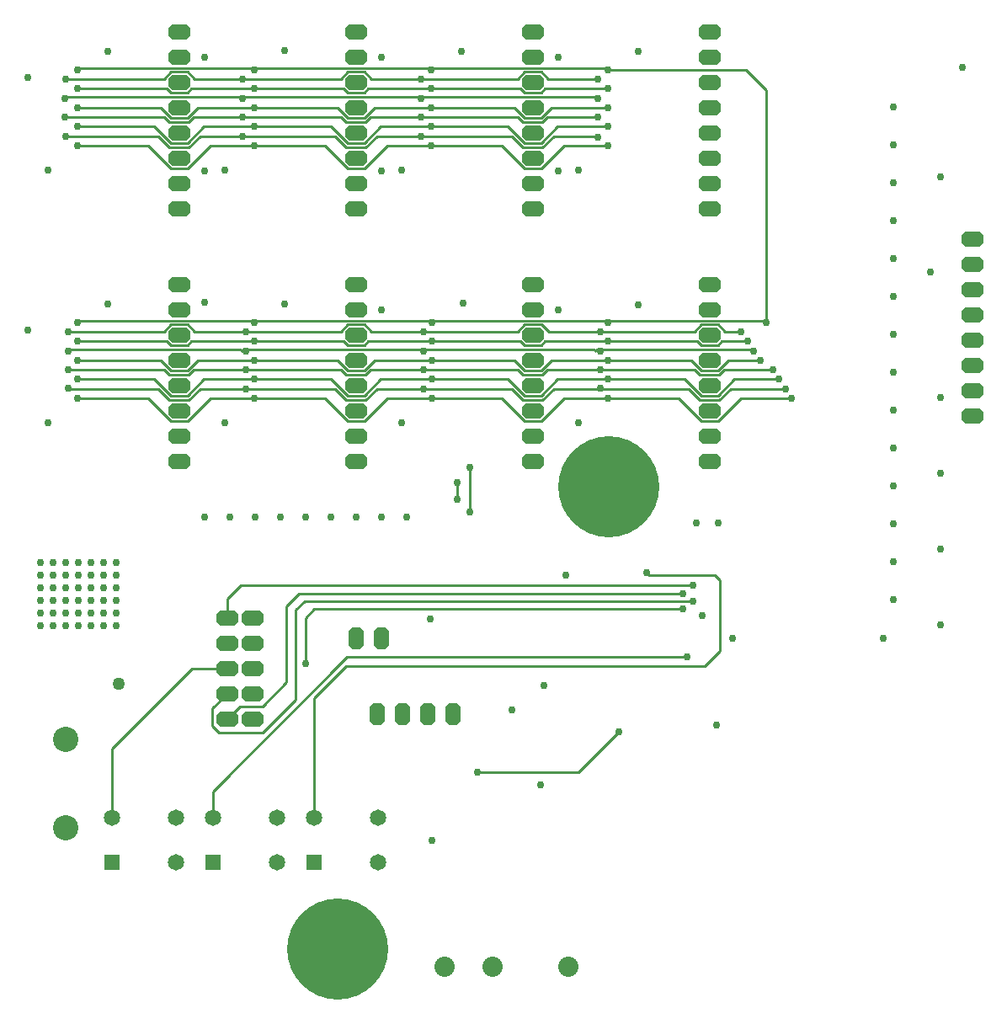
<source format=gbl>
%FSTAX23Y23*%
%MOIN*%
%SFA1B1*%

%IPPOS*%
%AMD29*
4,1,8,-0.042500,0.015000,-0.042500,-0.015000,-0.027500,-0.030000,0.027500,-0.030000,0.042500,-0.015000,0.042500,0.015000,0.027500,0.030000,-0.027500,0.030000,-0.042500,0.015000,0.0*
%
%AMD30*
4,1,8,-0.015000,-0.042500,0.015000,-0.042500,0.030000,-0.027500,0.030000,0.027500,0.015000,0.042500,-0.015000,0.042500,-0.030000,0.027500,-0.030000,-0.027500,-0.015000,-0.042500,0.0*
%
%ADD26C,0.010000*%
%ADD27R,0.064960X0.064960*%
%ADD28C,0.064960*%
G04~CAMADD=29~4~0.0~0.0~600.0~850.0~0.0~150.0~0~0.0~0.0~0.0~0.0~0~0.0~0.0~0.0~0.0~0~0.0~0.0~0.0~90.0~850.0~600.0*
%ADD29D29*%
G04~CAMADD=30~4~0.0~0.0~600.0~850.0~0.0~150.0~0~0.0~0.0~0.0~0.0~0~0.0~0.0~0.0~0.0~0~0.0~0.0~0.0~180.0~600.0~850.0*
%ADD30D30*%
%ADD31C,0.030000*%
%ADD32C,0.080000*%
%ADD33C,0.050000*%
%ADD34C,0.400000*%
%ADD35C,0.100000*%
%LNledcube-1*%
%LPD*%
G54D26*
X03183Y03487D02*
X03716D01*
X03223Y0345D02*
X03397D01*
X02432Y03741D02*
X0246Y03712D01*
X02458Y03562D02*
X0265D01*
X02438Y03543D02*
X02458Y03562D01*
X02483Y03487D02*
X02666D01*
X02667Y03487*
X03343Y04641D02*
X03347Y04637D01*
X0265Y04641D02*
X03343D01*
X02316Y04487D02*
X02361Y04443D01*
X01783Y04487D02*
X02316D01*
X02341Y04562D02*
X02361Y04543D01*
X02339Y04712D02*
X02367Y04741D01*
X01259Y03637D02*
X01262Y03641D01*
X03183Y04487D02*
X03354D01*
X03358Y04484*
X01943Y04641D02*
X01947Y04637D01*
X01247Y04712D02*
X01249D01*
X01247D02*
D01*
Y04562D02*
X01247D01*
X01247D02*
D01*
Y04487D02*
X0125D01*
X01247D02*
D01*
X0355Y0276D02*
X0356Y0275D01*
X0382*
X0384Y0273*
Y0245D02*
Y0273D01*
X0378Y0239D02*
X0384Y0245D01*
X0236Y0239D02*
X0378D01*
X02232Y02262D02*
X0236Y0239D01*
X02232Y01788D02*
Y02262D01*
X01832Y01788D02*
Y01892D01*
X01432Y01788D02*
Y02063D01*
X0203Y02126D02*
X02161Y02257D01*
X01856Y02126D02*
X0203D01*
X01831Y02151D02*
X01856Y02126D01*
X01831Y02151D02*
Y02221D01*
X0189Y0228*
X0199Y0218D02*
X02028D01*
X0189D02*
X0194Y0223D01*
X0203*
X02125Y02325*
X01432Y02063D02*
X01749Y0238D01*
X0189*
Y0258D02*
Y02657D01*
X01943Y0271*
X02365Y02425D02*
X0371D01*
X01832Y01892D02*
X02365Y02425D01*
X02235Y02615D02*
X03695D01*
X022Y0258D02*
X02235Y02615D01*
X022Y024D02*
Y0258D01*
X02197Y02647D02*
X03735D01*
X02175Y02675D02*
X03695D01*
X02125Y02625D02*
X02175Y02675D01*
X02125Y02325D02*
Y02625D01*
X01943Y0271D02*
X03735D01*
X01823Y0345D02*
X02276D01*
X0285Y03D02*
Y03175D01*
X028Y0305D02*
Y03115D01*
X03397Y0475D02*
X03945D01*
X04025Y0467*
Y0375D02*
Y0467D01*
X01304Y03757D02*
X0339D01*
X02448Y03675D02*
X03051D01*
X03397Y0345D02*
X03676D01*
X03767Y03359*
X03832*
X03923Y0345*
X04125*
X03883Y03487D02*
X041D01*
X03838Y03443D02*
X03883Y03487D01*
X03761Y03443D02*
X03838D01*
X03716Y03487D02*
X03761Y03443D01*
X03397Y03525D02*
X03701D01*
X03767Y03459*
X03832*
X03898Y03525*
X04075*
X03858Y03562D02*
X0405D01*
X03838Y03543D02*
X03858Y03562D01*
X03761Y03543D02*
X03838D01*
X03741Y03562D02*
X03761Y03543D01*
X03347Y03562D02*
X03741D01*
X03397Y036D02*
X03726D01*
X03767Y03559*
X03832*
X03873Y036*
X04*
X03351Y03641D02*
X03971D01*
X03348Y03637D02*
X03351Y03641D01*
X03397Y03675D02*
X03751D01*
X03767Y03659*
X03832*
X03848Y03675*
X0395*
X04018Y03757D02*
X04025Y0375D01*
X03404Y03757D02*
X04018D01*
X03397Y0375D02*
X03404Y03757D01*
X0386Y03712D02*
X03925D01*
X03832Y03741D02*
X0386Y03712D01*
X03767Y03741D02*
X03832D01*
X03739Y03712D02*
X03767Y03741D01*
X03162Y03712D02*
X03739D01*
X03223Y0445D02*
X03397D01*
X03132Y04359D02*
X03223Y0445D01*
X03067Y04359D02*
X03132D01*
X02976Y0445D02*
X03067Y04359D01*
X02697Y0445D02*
X02976D01*
X02523D02*
X02697D01*
X02432Y04359D02*
X02523Y0445D01*
X02367Y04359D02*
X02432D01*
X02276Y0445D02*
X02367Y04359D01*
X01997Y0445D02*
X02276D01*
X02361Y04443D02*
X02438D01*
X02483Y04487*
X03016*
X03061Y04443*
X03138*
X03183Y04487*
X03198Y04525D02*
X03397D01*
X03132Y04459D02*
X03198Y04525D01*
X03067Y04459D02*
X03132D01*
X03001Y04525D02*
X03067Y04459D01*
X02697Y04525D02*
X03001D01*
X02498D02*
X02697D01*
X02432Y04459D02*
X02498Y04525D01*
X02367Y04459D02*
X02432D01*
X02301Y04525D02*
X02367Y04459D01*
X01997Y04525D02*
X02301D01*
X02361Y04543D02*
X02438D01*
X02458Y04562*
X03041*
X03061Y04543*
X03138*
X03158Y04562*
X03358*
X03173Y046D02*
X03397D01*
X03132Y04559D02*
X03173Y046D01*
X03067Y04559D02*
X03132D01*
X03026Y046D02*
X03067Y04559D01*
X02697Y046D02*
X03026D01*
X02473D02*
X02697D01*
X02432Y04559D02*
X02473Y046D01*
X02367Y04559D02*
X02432D01*
X02326Y046D02*
X02367Y04559D01*
X01997Y046D02*
X02326D01*
X0195Y04641D02*
X02643D01*
X02647Y04637*
X0265Y04641*
X03148Y04675D02*
X03397D01*
X03132Y04659D02*
X03148Y04675D01*
X03067Y04659D02*
X03132D01*
X03051Y04675D02*
X03067Y04659D01*
X02697Y04675D02*
X03051D01*
X02448D02*
X02697D01*
X02432Y04659D02*
X02448Y04675D01*
X02367Y04659D02*
X02432D01*
X02351Y04675D02*
X02367Y04659D01*
X01997Y04675D02*
X02351D01*
X0199Y04757D02*
X01997Y0475D01*
X02004Y04757D02*
X0269D01*
X02697Y0475*
X02704Y04757*
X0339*
X03397Y0475*
X0316Y04712D02*
X03358D01*
X03132Y04741D02*
X0316Y04712D01*
X03067Y04741D02*
X03132D01*
X03039Y04712D02*
X03067Y04741D01*
X0246Y04712D02*
X03039D01*
X02432Y04741D02*
X0246Y04712D01*
X02367Y04741D02*
X02432D01*
X01823Y0445D02*
X01997D01*
X01732Y04359D02*
X01823Y0445D01*
X01667Y04359D02*
X01732D01*
X01576Y0445D02*
X01667Y04359D01*
X01297Y0445D02*
X01576D01*
X01247Y04487D02*
X01616D01*
X01661Y04443*
X01738*
X01783Y04487*
X01798Y04525D02*
X01997D01*
X01732Y04459D02*
X01798Y04525D01*
X01667Y04459D02*
X01732D01*
X01601Y04525D02*
X01667Y04459D01*
X01297Y04525D02*
X01601D01*
X01247Y04562D02*
X01641D01*
X01661Y04543*
X01738*
X01758Y04562*
X02341*
X01773Y046D02*
X01997D01*
X01732Y04559D02*
X01773Y046D01*
X01667Y04559D02*
X01732D01*
X01626Y046D02*
X01667Y04559D01*
X01297Y046D02*
X01626D01*
X0125Y04641D02*
X01943D01*
X01748Y04675D02*
X01997D01*
X01732Y04659D02*
X01748Y04675D01*
X01667Y04659D02*
X01732D01*
X01651Y04675D02*
X01667Y04659D01*
X01297Y04675D02*
X01651D01*
X01304Y04757D02*
X0199D01*
X0176Y04712D02*
X02339D01*
X01732Y04741D02*
X0176Y04712D01*
X01667Y04741D02*
X01732D01*
X01639Y04712D02*
X01667Y04741D01*
X01247Y04712D02*
X01639D01*
X03132Y03359D02*
X03223Y0345D01*
X03067Y03359D02*
X03132D01*
X02976Y0345D02*
X03067Y03359D01*
X027Y0345D02*
X02976D01*
X02666Y03487D02*
X03016D01*
X03061Y03443*
X03138*
X03183Y03487*
X03198Y03525D02*
X03397D01*
X03132Y03459D02*
X03198Y03525D01*
X03067Y03459D02*
X03132D01*
X03001Y03525D02*
X03067Y03459D01*
X027Y03525D02*
X03001D01*
X0265Y03562D02*
X03041D01*
X03061Y03543*
X03138*
X03158Y03562*
X03347*
X03173Y036D02*
X03397D01*
X03132Y03559D02*
X03173Y036D01*
X03067Y03559D02*
X03132D01*
X03026Y036D02*
X03067Y03559D01*
X027Y036D02*
X03026D01*
X0195Y03641D02*
X03344D01*
X01783Y03487D02*
X02316D01*
X02523Y0345D02*
X027D01*
X02432Y03359D02*
X02523Y0345D01*
X02367Y03359D02*
X02432D01*
X02276Y0345D02*
X02367Y03359D01*
X02316Y03487D02*
X02361Y03443D01*
X02438*
X02483Y03487*
X02498Y03525D02*
X027D01*
X02432Y03459D02*
X02498Y03525D01*
X02367Y03459D02*
X02432D01*
X02301Y03525D02*
X02367Y03459D01*
X01997Y03525D02*
X02301D01*
X02341Y03562D02*
X02361Y03543D01*
X02438*
X02473Y036D02*
X027D01*
X02432Y03559D02*
X02473Y036D01*
X02367Y03559D02*
X02432D01*
X02326Y036D02*
X02367Y03559D01*
X01997Y036D02*
X02326D01*
X01947Y03637D02*
X0195Y03641D01*
X01732Y03359D02*
X01823Y0345D01*
X01667Y03359D02*
X01732D01*
X01576Y0345D02*
X01667Y03359D01*
X01297Y0345D02*
X01576D01*
X01259Y03487D02*
X01616D01*
X01661Y03443*
X01738*
X01783Y03487*
X01798Y03525D02*
X01997D01*
X01732Y03459D02*
X01798Y03525D01*
X01667Y03459D02*
X01732D01*
X01601Y03525D02*
X01667Y03459D01*
X01297Y03525D02*
X01601D01*
X01758Y03562D02*
X02341D01*
X01738Y03543D02*
X01758Y03562D01*
X01661Y03543D02*
X01738D01*
X01641Y03562D02*
X01661Y03543D01*
X01259Y03562D02*
X01641D01*
X0339Y03757D02*
X03397Y0375D01*
X03134Y03741D02*
X03162Y03712D01*
X03067Y03741D02*
X03134D01*
X03039Y03712D02*
X03067Y03741D01*
X0246Y03712D02*
X03039D01*
X02367Y03741D02*
X02432D01*
X02339Y03712D02*
X02367Y03741D01*
X0176Y03712D02*
X02339D01*
X01732Y03741D02*
X0176Y03712D01*
X01667Y03741D02*
X01732D01*
X01639Y03712D02*
X01667Y03741D01*
X01259Y03712D02*
X01639D01*
X01262Y03641D02*
X01943D01*
X01947Y03637*
X01773Y036D02*
X01997D01*
X01732Y03559D02*
X01773Y036D01*
X01667Y03559D02*
X01732D01*
X01626Y036D02*
X01667Y03559D01*
X01297Y036D02*
X01626D01*
X01997Y03675D02*
X02351D01*
X01748D02*
X01997D01*
X03148D02*
X03397D01*
X03132Y03659D02*
X03148Y03675D01*
X03067Y03659D02*
X03132D01*
X03051Y03675D02*
X03067Y03659D01*
X02432D02*
X02448Y03675D01*
X02367Y03659D02*
X02432D01*
X02351Y03675D02*
X02367Y03659D01*
X01732D02*
X01748Y03675D01*
X01667Y03659D02*
X01732D01*
X01651Y03675D02*
X01667Y03659D01*
X01297Y03675D02*
X01651D01*
X0288Y0197D02*
X0328D01*
X0344Y0213*
X02161Y02257D02*
Y02611D01*
X02197Y02647*
G54D27*
X02232Y01611D03*
X01832D03*
X01432D03*
G54D28*
X02232Y01788D03*
X02487D03*
Y01611D03*
X02087D03*
Y01788D03*
X01832D03*
X01687Y01611D03*
Y01788D03*
X01432D03*
G54D29*
X0484Y0338D03*
Y0348D03*
Y0358D03*
Y0368D03*
Y0378D03*
Y0388D03*
Y0398D03*
Y0408D03*
X0199Y0218D03*
Y0228D03*
Y0238D03*
Y0248D03*
Y0258D03*
X0189Y0218D03*
Y0228D03*
Y0238D03*
Y0248D03*
Y0258D03*
X017Y049D03*
Y048D03*
Y047D03*
Y046D03*
Y045D03*
Y044D03*
Y043D03*
Y042D03*
X024Y049D03*
Y048D03*
Y047D03*
Y046D03*
Y045D03*
Y044D03*
Y043D03*
Y042D03*
X031Y049D03*
Y048D03*
Y047D03*
Y046D03*
Y045D03*
Y044D03*
Y043D03*
Y042D03*
X038Y049D03*
Y048D03*
Y047D03*
Y046D03*
Y045D03*
Y044D03*
Y043D03*
Y042D03*
X017Y039D03*
Y038D03*
Y037D03*
Y036D03*
Y035D03*
Y034D03*
Y033D03*
Y032D03*
X024Y039D03*
Y038D03*
Y037D03*
Y036D03*
Y035D03*
Y034D03*
Y033D03*
Y032D03*
X031Y039D03*
Y038D03*
Y037D03*
Y036D03*
Y035D03*
Y034D03*
Y033D03*
Y032D03*
X038Y039D03*
Y038D03*
Y037D03*
Y036D03*
Y035D03*
Y034D03*
Y033D03*
Y032D03*
G54D30*
X02485Y022D03*
X02585D03*
X02685D03*
X02785D03*
X024Y025D03*
X025D03*
G54D31*
X03366Y03488D03*
X02667Y03487D03*
X01962Y03485D03*
X01259Y03488D03*
X03358Y04484D03*
X02656Y04487D03*
X0195Y04637D03*
Y04487D03*
X01249Y04712D03*
X01247Y04562D03*
X0125Y04487D03*
X026Y0298D03*
X025D03*
X024D03*
X023D03*
X022D03*
X021D03*
X02D03*
X019D03*
X018D03*
X0115Y028D03*
X012D03*
X0125D03*
X013D03*
X02693Y02575D03*
X0355Y0276D03*
X03771Y02588D03*
X022Y024D03*
X03518Y04821D03*
X02818D03*
X02118Y04826D03*
X01418Y04821D03*
X01997Y0345D03*
X01418Y03821D03*
X02118Y03823D03*
X02825Y03825D03*
X03518Y03818D03*
X028Y03115D03*
X0285Y03175D03*
X028Y0305D03*
X0285Y03D03*
X027Y03675D03*
X04Y036D03*
X03925Y03712D03*
X03975Y03637D03*
X0405Y03562D03*
X041Y03487D03*
X04025Y0375D03*
X0395Y03675D03*
X04075Y03525D03*
X04125Y0345D03*
X03358Y04712D03*
X03397Y04675D03*
X03358Y04637D03*
X03397Y046D03*
X03358Y04562D03*
X03397Y04525D03*
Y0445D03*
Y0475D03*
X02656Y04712D03*
X02697Y04675D03*
X02656Y04637D03*
X02697Y046D03*
X02656Y04562D03*
X02697Y04525D03*
Y0445D03*
Y0475D03*
X0195Y04712D03*
X01997Y04675D03*
Y046D03*
X0195Y04562D03*
X01997Y04525D03*
Y0445D03*
Y0475D03*
X01297Y04675D03*
X01247Y04637D03*
X01297Y046D03*
Y04525D03*
Y0445D03*
Y0475D03*
X01259Y03712D03*
X01297Y03675D03*
X01259Y03637D03*
X01297Y036D03*
X01259Y03562D03*
X01297Y03525D03*
Y0345D03*
Y0375D03*
X01962Y03712D03*
X01997Y03675D03*
X01962Y03637D03*
X01997Y036D03*
X01962Y03562D03*
X01997Y03525D03*
Y0375D03*
X027D03*
X03397D03*
X027Y0345D03*
Y03525D03*
X02667Y03562D03*
X027Y036D03*
X02667Y03637D03*
Y03712D03*
X03366D03*
Y03637D03*
Y03562D03*
X03397Y0345D03*
Y03525D03*
Y036D03*
Y03675D03*
X048Y0476D03*
X04712Y04325D03*
X04675Y0395D03*
X04712Y03452D03*
Y03152D03*
Y02852D03*
Y02552D03*
X0371Y02425D03*
X03735Y02647D03*
Y0271D03*
X03695Y02675D03*
Y02615D03*
X03747Y02957D03*
X03832D03*
X03827Y02157D03*
X0389Y025D03*
X027Y017D03*
X03142Y02312D03*
X0323Y0275D03*
X025Y038D03*
X032D03*
X018Y0383D03*
X011Y0372D03*
Y0472D03*
X018Y048D03*
X032D03*
X025D03*
X01181Y04351D03*
X01881D03*
X02581D03*
X03281D03*
Y03351D03*
X02581D03*
X01881D03*
X01181D03*
X018Y0435D03*
X025D03*
X032D03*
X0344Y0213D03*
X0288Y0197D03*
X03017Y02217D03*
X03129Y01919D03*
X04487Y02499D03*
X04526Y02654D03*
Y02804D03*
Y02954D03*
Y03104D03*
Y03254D03*
Y03404D03*
Y03554D03*
Y03704D03*
Y03854D03*
Y04004D03*
Y04154D03*
Y04304D03*
Y04454D03*
Y04604D03*
X0115Y0255D03*
Y026D03*
Y0265D03*
Y027D03*
Y0275D03*
X012Y0255D03*
X0125D03*
X013D03*
X0135D03*
X014D03*
Y026D03*
X0135D03*
X013D03*
X0125D03*
X012D03*
Y0265D03*
X0135Y028D03*
X014D03*
X0145D03*
Y0275D03*
X014D03*
X0135D03*
X013D03*
X0125D03*
X012D03*
Y027D03*
X0125D03*
X013D03*
X0135D03*
X014D03*
X0145D03*
Y0265D03*
X014D03*
X0135D03*
X013D03*
X0125D03*
X0145Y026D03*
Y0255D03*
G54D32*
X0294Y012D03*
X0275D03*
X0324D03*
G54D33*
X0146Y0232D03*
G54D34*
X02326Y01269D03*
X034Y031D03*
G54D35*
X0125Y021D03*
Y0175D03*
M02*
</source>
